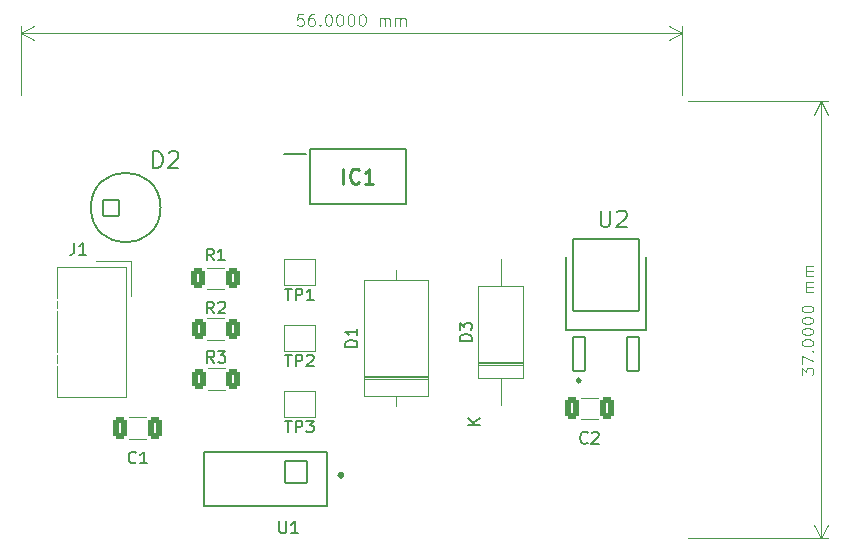
<source format=gbr>
%TF.GenerationSoftware,KiCad,Pcbnew,8.0.1*%
%TF.CreationDate,2024-11-12T01:42:33+00:00*%
%TF.ProjectId,Heating Element,48656174-696e-4672-9045-6c656d656e74,1*%
%TF.SameCoordinates,Original*%
%TF.FileFunction,Legend,Top*%
%TF.FilePolarity,Positive*%
%FSLAX46Y46*%
G04 Gerber Fmt 4.6, Leading zero omitted, Abs format (unit mm)*
G04 Created by KiCad (PCBNEW 8.0.1) date 2024-11-12 01:42:33*
%MOMM*%
%LPD*%
G01*
G04 APERTURE LIST*
G04 Aperture macros list*
%AMRoundRect*
0 Rectangle with rounded corners*
0 $1 Rounding radius*
0 $2 $3 $4 $5 $6 $7 $8 $9 X,Y pos of 4 corners*
0 Add a 4 corners polygon primitive as box body*
4,1,4,$2,$3,$4,$5,$6,$7,$8,$9,$2,$3,0*
0 Add four circle primitives for the rounded corners*
1,1,$1+$1,$2,$3*
1,1,$1+$1,$4,$5*
1,1,$1+$1,$6,$7*
1,1,$1+$1,$8,$9*
0 Add four rect primitives between the rounded corners*
20,1,$1+$1,$2,$3,$4,$5,0*
20,1,$1+$1,$4,$5,$6,$7,0*
20,1,$1+$1,$6,$7,$8,$9,0*
20,1,$1+$1,$8,$9,$2,$3,0*%
G04 Aperture macros list end*
%ADD10C,0.100000*%
%ADD11C,0.150000*%
%ADD12C,0.254000*%
%ADD13C,0.127000*%
%ADD14C,0.300000*%
%ADD15C,0.120000*%
%ADD16C,0.200000*%
%ADD17RoundRect,0.102000X-0.485000X-1.415000X0.485000X-1.415000X0.485000X1.415000X-0.485000X1.415000X0*%
%ADD18RoundRect,0.102000X-2.815000X-3.045000X2.815000X-3.045000X2.815000X3.045000X-2.815000X3.045000X0*%
%ADD19RoundRect,0.102000X0.955000X0.955000X-0.955000X0.955000X-0.955000X-0.955000X0.955000X-0.955000X0*%
%ADD20C,2.114000*%
%ADD21C,1.800000*%
%ADD22RoundRect,0.250000X-0.312500X-0.625000X0.312500X-0.625000X0.312500X0.625000X-0.312500X0.625000X0*%
%ADD23R,1.524000X1.524000*%
%ADD24C,1.524000*%
%ADD25R,1.850000X0.650000*%
%ADD26C,2.200000*%
%ADD27R,2.400000X2.400000*%
%ADD28O,2.400000X2.400000*%
%ADD29RoundRect,0.102000X-0.700000X-0.700000X0.700000X-0.700000X0.700000X0.700000X-0.700000X0.700000X0*%
%ADD30C,1.604000*%
%ADD31R,3.200000X3.200000*%
%ADD32O,3.200000X3.200000*%
%ADD33RoundRect,0.250000X-0.325000X-0.650000X0.325000X-0.650000X0.325000X0.650000X-0.325000X0.650000X0*%
G04 APERTURE END LIST*
D10*
X161357419Y-101166665D02*
X161357419Y-100547618D01*
X161357419Y-100547618D02*
X161738371Y-100880951D01*
X161738371Y-100880951D02*
X161738371Y-100738094D01*
X161738371Y-100738094D02*
X161785990Y-100642856D01*
X161785990Y-100642856D02*
X161833609Y-100595237D01*
X161833609Y-100595237D02*
X161928847Y-100547618D01*
X161928847Y-100547618D02*
X162166942Y-100547618D01*
X162166942Y-100547618D02*
X162262180Y-100595237D01*
X162262180Y-100595237D02*
X162309800Y-100642856D01*
X162309800Y-100642856D02*
X162357419Y-100738094D01*
X162357419Y-100738094D02*
X162357419Y-101023808D01*
X162357419Y-101023808D02*
X162309800Y-101119046D01*
X162309800Y-101119046D02*
X162262180Y-101166665D01*
X161357419Y-100214284D02*
X161357419Y-99547618D01*
X161357419Y-99547618D02*
X162357419Y-99976189D01*
X162262180Y-99166665D02*
X162309800Y-99119046D01*
X162309800Y-99119046D02*
X162357419Y-99166665D01*
X162357419Y-99166665D02*
X162309800Y-99214284D01*
X162309800Y-99214284D02*
X162262180Y-99166665D01*
X162262180Y-99166665D02*
X162357419Y-99166665D01*
X161357419Y-98499999D02*
X161357419Y-98404761D01*
X161357419Y-98404761D02*
X161405038Y-98309523D01*
X161405038Y-98309523D02*
X161452657Y-98261904D01*
X161452657Y-98261904D02*
X161547895Y-98214285D01*
X161547895Y-98214285D02*
X161738371Y-98166666D01*
X161738371Y-98166666D02*
X161976466Y-98166666D01*
X161976466Y-98166666D02*
X162166942Y-98214285D01*
X162166942Y-98214285D02*
X162262180Y-98261904D01*
X162262180Y-98261904D02*
X162309800Y-98309523D01*
X162309800Y-98309523D02*
X162357419Y-98404761D01*
X162357419Y-98404761D02*
X162357419Y-98499999D01*
X162357419Y-98499999D02*
X162309800Y-98595237D01*
X162309800Y-98595237D02*
X162262180Y-98642856D01*
X162262180Y-98642856D02*
X162166942Y-98690475D01*
X162166942Y-98690475D02*
X161976466Y-98738094D01*
X161976466Y-98738094D02*
X161738371Y-98738094D01*
X161738371Y-98738094D02*
X161547895Y-98690475D01*
X161547895Y-98690475D02*
X161452657Y-98642856D01*
X161452657Y-98642856D02*
X161405038Y-98595237D01*
X161405038Y-98595237D02*
X161357419Y-98499999D01*
X161357419Y-97547618D02*
X161357419Y-97452380D01*
X161357419Y-97452380D02*
X161405038Y-97357142D01*
X161405038Y-97357142D02*
X161452657Y-97309523D01*
X161452657Y-97309523D02*
X161547895Y-97261904D01*
X161547895Y-97261904D02*
X161738371Y-97214285D01*
X161738371Y-97214285D02*
X161976466Y-97214285D01*
X161976466Y-97214285D02*
X162166942Y-97261904D01*
X162166942Y-97261904D02*
X162262180Y-97309523D01*
X162262180Y-97309523D02*
X162309800Y-97357142D01*
X162309800Y-97357142D02*
X162357419Y-97452380D01*
X162357419Y-97452380D02*
X162357419Y-97547618D01*
X162357419Y-97547618D02*
X162309800Y-97642856D01*
X162309800Y-97642856D02*
X162262180Y-97690475D01*
X162262180Y-97690475D02*
X162166942Y-97738094D01*
X162166942Y-97738094D02*
X161976466Y-97785713D01*
X161976466Y-97785713D02*
X161738371Y-97785713D01*
X161738371Y-97785713D02*
X161547895Y-97738094D01*
X161547895Y-97738094D02*
X161452657Y-97690475D01*
X161452657Y-97690475D02*
X161405038Y-97642856D01*
X161405038Y-97642856D02*
X161357419Y-97547618D01*
X161357419Y-96595237D02*
X161357419Y-96499999D01*
X161357419Y-96499999D02*
X161405038Y-96404761D01*
X161405038Y-96404761D02*
X161452657Y-96357142D01*
X161452657Y-96357142D02*
X161547895Y-96309523D01*
X161547895Y-96309523D02*
X161738371Y-96261904D01*
X161738371Y-96261904D02*
X161976466Y-96261904D01*
X161976466Y-96261904D02*
X162166942Y-96309523D01*
X162166942Y-96309523D02*
X162262180Y-96357142D01*
X162262180Y-96357142D02*
X162309800Y-96404761D01*
X162309800Y-96404761D02*
X162357419Y-96499999D01*
X162357419Y-96499999D02*
X162357419Y-96595237D01*
X162357419Y-96595237D02*
X162309800Y-96690475D01*
X162309800Y-96690475D02*
X162262180Y-96738094D01*
X162262180Y-96738094D02*
X162166942Y-96785713D01*
X162166942Y-96785713D02*
X161976466Y-96833332D01*
X161976466Y-96833332D02*
X161738371Y-96833332D01*
X161738371Y-96833332D02*
X161547895Y-96785713D01*
X161547895Y-96785713D02*
X161452657Y-96738094D01*
X161452657Y-96738094D02*
X161405038Y-96690475D01*
X161405038Y-96690475D02*
X161357419Y-96595237D01*
X161357419Y-95642856D02*
X161357419Y-95547618D01*
X161357419Y-95547618D02*
X161405038Y-95452380D01*
X161405038Y-95452380D02*
X161452657Y-95404761D01*
X161452657Y-95404761D02*
X161547895Y-95357142D01*
X161547895Y-95357142D02*
X161738371Y-95309523D01*
X161738371Y-95309523D02*
X161976466Y-95309523D01*
X161976466Y-95309523D02*
X162166942Y-95357142D01*
X162166942Y-95357142D02*
X162262180Y-95404761D01*
X162262180Y-95404761D02*
X162309800Y-95452380D01*
X162309800Y-95452380D02*
X162357419Y-95547618D01*
X162357419Y-95547618D02*
X162357419Y-95642856D01*
X162357419Y-95642856D02*
X162309800Y-95738094D01*
X162309800Y-95738094D02*
X162262180Y-95785713D01*
X162262180Y-95785713D02*
X162166942Y-95833332D01*
X162166942Y-95833332D02*
X161976466Y-95880951D01*
X161976466Y-95880951D02*
X161738371Y-95880951D01*
X161738371Y-95880951D02*
X161547895Y-95833332D01*
X161547895Y-95833332D02*
X161452657Y-95785713D01*
X161452657Y-95785713D02*
X161405038Y-95738094D01*
X161405038Y-95738094D02*
X161357419Y-95642856D01*
X162357419Y-94119046D02*
X161690752Y-94119046D01*
X161785990Y-94119046D02*
X161738371Y-94071427D01*
X161738371Y-94071427D02*
X161690752Y-93976189D01*
X161690752Y-93976189D02*
X161690752Y-93833332D01*
X161690752Y-93833332D02*
X161738371Y-93738094D01*
X161738371Y-93738094D02*
X161833609Y-93690475D01*
X161833609Y-93690475D02*
X162357419Y-93690475D01*
X161833609Y-93690475D02*
X161738371Y-93642856D01*
X161738371Y-93642856D02*
X161690752Y-93547618D01*
X161690752Y-93547618D02*
X161690752Y-93404761D01*
X161690752Y-93404761D02*
X161738371Y-93309522D01*
X161738371Y-93309522D02*
X161833609Y-93261903D01*
X161833609Y-93261903D02*
X162357419Y-93261903D01*
X162357419Y-92785713D02*
X161690752Y-92785713D01*
X161785990Y-92785713D02*
X161738371Y-92738094D01*
X161738371Y-92738094D02*
X161690752Y-92642856D01*
X161690752Y-92642856D02*
X161690752Y-92499999D01*
X161690752Y-92499999D02*
X161738371Y-92404761D01*
X161738371Y-92404761D02*
X161833609Y-92357142D01*
X161833609Y-92357142D02*
X162357419Y-92357142D01*
X161833609Y-92357142D02*
X161738371Y-92309523D01*
X161738371Y-92309523D02*
X161690752Y-92214285D01*
X161690752Y-92214285D02*
X161690752Y-92071428D01*
X161690752Y-92071428D02*
X161738371Y-91976189D01*
X161738371Y-91976189D02*
X161833609Y-91928570D01*
X161833609Y-91928570D02*
X162357419Y-91928570D01*
X151750000Y-78000000D02*
X163586420Y-78000000D01*
X151750000Y-115000000D02*
X163586420Y-115000000D01*
X163000000Y-78000000D02*
X163000000Y-115000000D01*
X163000000Y-78000000D02*
X163000000Y-115000000D01*
X163000000Y-78000000D02*
X163586421Y-79126504D01*
X163000000Y-78000000D02*
X162413579Y-79126504D01*
X163000000Y-115000000D02*
X162413579Y-113873496D01*
X163000000Y-115000000D02*
X163586421Y-113873496D01*
X119154762Y-70607419D02*
X118678572Y-70607419D01*
X118678572Y-70607419D02*
X118630953Y-71083609D01*
X118630953Y-71083609D02*
X118678572Y-71035990D01*
X118678572Y-71035990D02*
X118773810Y-70988371D01*
X118773810Y-70988371D02*
X119011905Y-70988371D01*
X119011905Y-70988371D02*
X119107143Y-71035990D01*
X119107143Y-71035990D02*
X119154762Y-71083609D01*
X119154762Y-71083609D02*
X119202381Y-71178847D01*
X119202381Y-71178847D02*
X119202381Y-71416942D01*
X119202381Y-71416942D02*
X119154762Y-71512180D01*
X119154762Y-71512180D02*
X119107143Y-71559800D01*
X119107143Y-71559800D02*
X119011905Y-71607419D01*
X119011905Y-71607419D02*
X118773810Y-71607419D01*
X118773810Y-71607419D02*
X118678572Y-71559800D01*
X118678572Y-71559800D02*
X118630953Y-71512180D01*
X120059524Y-70607419D02*
X119869048Y-70607419D01*
X119869048Y-70607419D02*
X119773810Y-70655038D01*
X119773810Y-70655038D02*
X119726191Y-70702657D01*
X119726191Y-70702657D02*
X119630953Y-70845514D01*
X119630953Y-70845514D02*
X119583334Y-71035990D01*
X119583334Y-71035990D02*
X119583334Y-71416942D01*
X119583334Y-71416942D02*
X119630953Y-71512180D01*
X119630953Y-71512180D02*
X119678572Y-71559800D01*
X119678572Y-71559800D02*
X119773810Y-71607419D01*
X119773810Y-71607419D02*
X119964286Y-71607419D01*
X119964286Y-71607419D02*
X120059524Y-71559800D01*
X120059524Y-71559800D02*
X120107143Y-71512180D01*
X120107143Y-71512180D02*
X120154762Y-71416942D01*
X120154762Y-71416942D02*
X120154762Y-71178847D01*
X120154762Y-71178847D02*
X120107143Y-71083609D01*
X120107143Y-71083609D02*
X120059524Y-71035990D01*
X120059524Y-71035990D02*
X119964286Y-70988371D01*
X119964286Y-70988371D02*
X119773810Y-70988371D01*
X119773810Y-70988371D02*
X119678572Y-71035990D01*
X119678572Y-71035990D02*
X119630953Y-71083609D01*
X119630953Y-71083609D02*
X119583334Y-71178847D01*
X120583334Y-71512180D02*
X120630953Y-71559800D01*
X120630953Y-71559800D02*
X120583334Y-71607419D01*
X120583334Y-71607419D02*
X120535715Y-71559800D01*
X120535715Y-71559800D02*
X120583334Y-71512180D01*
X120583334Y-71512180D02*
X120583334Y-71607419D01*
X121250000Y-70607419D02*
X121345238Y-70607419D01*
X121345238Y-70607419D02*
X121440476Y-70655038D01*
X121440476Y-70655038D02*
X121488095Y-70702657D01*
X121488095Y-70702657D02*
X121535714Y-70797895D01*
X121535714Y-70797895D02*
X121583333Y-70988371D01*
X121583333Y-70988371D02*
X121583333Y-71226466D01*
X121583333Y-71226466D02*
X121535714Y-71416942D01*
X121535714Y-71416942D02*
X121488095Y-71512180D01*
X121488095Y-71512180D02*
X121440476Y-71559800D01*
X121440476Y-71559800D02*
X121345238Y-71607419D01*
X121345238Y-71607419D02*
X121250000Y-71607419D01*
X121250000Y-71607419D02*
X121154762Y-71559800D01*
X121154762Y-71559800D02*
X121107143Y-71512180D01*
X121107143Y-71512180D02*
X121059524Y-71416942D01*
X121059524Y-71416942D02*
X121011905Y-71226466D01*
X121011905Y-71226466D02*
X121011905Y-70988371D01*
X121011905Y-70988371D02*
X121059524Y-70797895D01*
X121059524Y-70797895D02*
X121107143Y-70702657D01*
X121107143Y-70702657D02*
X121154762Y-70655038D01*
X121154762Y-70655038D02*
X121250000Y-70607419D01*
X122202381Y-70607419D02*
X122297619Y-70607419D01*
X122297619Y-70607419D02*
X122392857Y-70655038D01*
X122392857Y-70655038D02*
X122440476Y-70702657D01*
X122440476Y-70702657D02*
X122488095Y-70797895D01*
X122488095Y-70797895D02*
X122535714Y-70988371D01*
X122535714Y-70988371D02*
X122535714Y-71226466D01*
X122535714Y-71226466D02*
X122488095Y-71416942D01*
X122488095Y-71416942D02*
X122440476Y-71512180D01*
X122440476Y-71512180D02*
X122392857Y-71559800D01*
X122392857Y-71559800D02*
X122297619Y-71607419D01*
X122297619Y-71607419D02*
X122202381Y-71607419D01*
X122202381Y-71607419D02*
X122107143Y-71559800D01*
X122107143Y-71559800D02*
X122059524Y-71512180D01*
X122059524Y-71512180D02*
X122011905Y-71416942D01*
X122011905Y-71416942D02*
X121964286Y-71226466D01*
X121964286Y-71226466D02*
X121964286Y-70988371D01*
X121964286Y-70988371D02*
X122011905Y-70797895D01*
X122011905Y-70797895D02*
X122059524Y-70702657D01*
X122059524Y-70702657D02*
X122107143Y-70655038D01*
X122107143Y-70655038D02*
X122202381Y-70607419D01*
X123154762Y-70607419D02*
X123250000Y-70607419D01*
X123250000Y-70607419D02*
X123345238Y-70655038D01*
X123345238Y-70655038D02*
X123392857Y-70702657D01*
X123392857Y-70702657D02*
X123440476Y-70797895D01*
X123440476Y-70797895D02*
X123488095Y-70988371D01*
X123488095Y-70988371D02*
X123488095Y-71226466D01*
X123488095Y-71226466D02*
X123440476Y-71416942D01*
X123440476Y-71416942D02*
X123392857Y-71512180D01*
X123392857Y-71512180D02*
X123345238Y-71559800D01*
X123345238Y-71559800D02*
X123250000Y-71607419D01*
X123250000Y-71607419D02*
X123154762Y-71607419D01*
X123154762Y-71607419D02*
X123059524Y-71559800D01*
X123059524Y-71559800D02*
X123011905Y-71512180D01*
X123011905Y-71512180D02*
X122964286Y-71416942D01*
X122964286Y-71416942D02*
X122916667Y-71226466D01*
X122916667Y-71226466D02*
X122916667Y-70988371D01*
X122916667Y-70988371D02*
X122964286Y-70797895D01*
X122964286Y-70797895D02*
X123011905Y-70702657D01*
X123011905Y-70702657D02*
X123059524Y-70655038D01*
X123059524Y-70655038D02*
X123154762Y-70607419D01*
X124107143Y-70607419D02*
X124202381Y-70607419D01*
X124202381Y-70607419D02*
X124297619Y-70655038D01*
X124297619Y-70655038D02*
X124345238Y-70702657D01*
X124345238Y-70702657D02*
X124392857Y-70797895D01*
X124392857Y-70797895D02*
X124440476Y-70988371D01*
X124440476Y-70988371D02*
X124440476Y-71226466D01*
X124440476Y-71226466D02*
X124392857Y-71416942D01*
X124392857Y-71416942D02*
X124345238Y-71512180D01*
X124345238Y-71512180D02*
X124297619Y-71559800D01*
X124297619Y-71559800D02*
X124202381Y-71607419D01*
X124202381Y-71607419D02*
X124107143Y-71607419D01*
X124107143Y-71607419D02*
X124011905Y-71559800D01*
X124011905Y-71559800D02*
X123964286Y-71512180D01*
X123964286Y-71512180D02*
X123916667Y-71416942D01*
X123916667Y-71416942D02*
X123869048Y-71226466D01*
X123869048Y-71226466D02*
X123869048Y-70988371D01*
X123869048Y-70988371D02*
X123916667Y-70797895D01*
X123916667Y-70797895D02*
X123964286Y-70702657D01*
X123964286Y-70702657D02*
X124011905Y-70655038D01*
X124011905Y-70655038D02*
X124107143Y-70607419D01*
X125630953Y-71607419D02*
X125630953Y-70940752D01*
X125630953Y-71035990D02*
X125678572Y-70988371D01*
X125678572Y-70988371D02*
X125773810Y-70940752D01*
X125773810Y-70940752D02*
X125916667Y-70940752D01*
X125916667Y-70940752D02*
X126011905Y-70988371D01*
X126011905Y-70988371D02*
X126059524Y-71083609D01*
X126059524Y-71083609D02*
X126059524Y-71607419D01*
X126059524Y-71083609D02*
X126107143Y-70988371D01*
X126107143Y-70988371D02*
X126202381Y-70940752D01*
X126202381Y-70940752D02*
X126345238Y-70940752D01*
X126345238Y-70940752D02*
X126440477Y-70988371D01*
X126440477Y-70988371D02*
X126488096Y-71083609D01*
X126488096Y-71083609D02*
X126488096Y-71607419D01*
X126964286Y-71607419D02*
X126964286Y-70940752D01*
X126964286Y-71035990D02*
X127011905Y-70988371D01*
X127011905Y-70988371D02*
X127107143Y-70940752D01*
X127107143Y-70940752D02*
X127250000Y-70940752D01*
X127250000Y-70940752D02*
X127345238Y-70988371D01*
X127345238Y-70988371D02*
X127392857Y-71083609D01*
X127392857Y-71083609D02*
X127392857Y-71607419D01*
X127392857Y-71083609D02*
X127440476Y-70988371D01*
X127440476Y-70988371D02*
X127535714Y-70940752D01*
X127535714Y-70940752D02*
X127678571Y-70940752D01*
X127678571Y-70940752D02*
X127773810Y-70988371D01*
X127773810Y-70988371D02*
X127821429Y-71083609D01*
X127821429Y-71083609D02*
X127821429Y-71607419D01*
X95250000Y-77500000D02*
X95250000Y-71663580D01*
X151250000Y-77500000D02*
X151250000Y-71663580D01*
X95250000Y-72250000D02*
X151250000Y-72250000D01*
X95250000Y-72250000D02*
X151250000Y-72250000D01*
X95250000Y-72250000D02*
X96376504Y-71663579D01*
X95250000Y-72250000D02*
X96376504Y-72836421D01*
X151250000Y-72250000D02*
X150123496Y-72836421D01*
X151250000Y-72250000D02*
X150123496Y-71663579D01*
D11*
X144348333Y-87250866D02*
X144348333Y-88384200D01*
X144348333Y-88384200D02*
X144415000Y-88517533D01*
X144415000Y-88517533D02*
X144481666Y-88584200D01*
X144481666Y-88584200D02*
X144615000Y-88650866D01*
X144615000Y-88650866D02*
X144881666Y-88650866D01*
X144881666Y-88650866D02*
X145015000Y-88584200D01*
X145015000Y-88584200D02*
X145081666Y-88517533D01*
X145081666Y-88517533D02*
X145148333Y-88384200D01*
X145148333Y-88384200D02*
X145148333Y-87250866D01*
X145748333Y-87384200D02*
X145815000Y-87317533D01*
X145815000Y-87317533D02*
X145948333Y-87250866D01*
X145948333Y-87250866D02*
X146281667Y-87250866D01*
X146281667Y-87250866D02*
X146415000Y-87317533D01*
X146415000Y-87317533D02*
X146481667Y-87384200D01*
X146481667Y-87384200D02*
X146548333Y-87517533D01*
X146548333Y-87517533D02*
X146548333Y-87650866D01*
X146548333Y-87650866D02*
X146481667Y-87850866D01*
X146481667Y-87850866D02*
X145681667Y-88650866D01*
X145681667Y-88650866D02*
X146548333Y-88650866D01*
X117146665Y-113565539D02*
X117146665Y-114375062D01*
X117146665Y-114375062D02*
X117194284Y-114470300D01*
X117194284Y-114470300D02*
X117241903Y-114517920D01*
X117241903Y-114517920D02*
X117337141Y-114565539D01*
X117337141Y-114565539D02*
X117527617Y-114565539D01*
X117527617Y-114565539D02*
X117622855Y-114517920D01*
X117622855Y-114517920D02*
X117670474Y-114470300D01*
X117670474Y-114470300D02*
X117718093Y-114375062D01*
X117718093Y-114375062D02*
X117718093Y-113565539D01*
X118718093Y-114565539D02*
X118146665Y-114565539D01*
X118432379Y-114565539D02*
X118432379Y-113565539D01*
X118432379Y-113565539D02*
X118337141Y-113708396D01*
X118337141Y-113708396D02*
X118241903Y-113803634D01*
X118241903Y-113803634D02*
X118146665Y-113851253D01*
X117610095Y-105036819D02*
X118181523Y-105036819D01*
X117895809Y-106036819D02*
X117895809Y-105036819D01*
X118514857Y-106036819D02*
X118514857Y-105036819D01*
X118514857Y-105036819D02*
X118895809Y-105036819D01*
X118895809Y-105036819D02*
X118991047Y-105084438D01*
X118991047Y-105084438D02*
X119038666Y-105132057D01*
X119038666Y-105132057D02*
X119086285Y-105227295D01*
X119086285Y-105227295D02*
X119086285Y-105370152D01*
X119086285Y-105370152D02*
X119038666Y-105465390D01*
X119038666Y-105465390D02*
X118991047Y-105513009D01*
X118991047Y-105513009D02*
X118895809Y-105560628D01*
X118895809Y-105560628D02*
X118514857Y-105560628D01*
X119419619Y-105036819D02*
X120038666Y-105036819D01*
X120038666Y-105036819D02*
X119705333Y-105417771D01*
X119705333Y-105417771D02*
X119848190Y-105417771D01*
X119848190Y-105417771D02*
X119943428Y-105465390D01*
X119943428Y-105465390D02*
X119991047Y-105513009D01*
X119991047Y-105513009D02*
X120038666Y-105608247D01*
X120038666Y-105608247D02*
X120038666Y-105846342D01*
X120038666Y-105846342D02*
X119991047Y-105941580D01*
X119991047Y-105941580D02*
X119943428Y-105989200D01*
X119943428Y-105989200D02*
X119848190Y-106036819D01*
X119848190Y-106036819D02*
X119562476Y-106036819D01*
X119562476Y-106036819D02*
X119467238Y-105989200D01*
X119467238Y-105989200D02*
X119419619Y-105941580D01*
X117610095Y-99448819D02*
X118181523Y-99448819D01*
X117895809Y-100448819D02*
X117895809Y-99448819D01*
X118514857Y-100448819D02*
X118514857Y-99448819D01*
X118514857Y-99448819D02*
X118895809Y-99448819D01*
X118895809Y-99448819D02*
X118991047Y-99496438D01*
X118991047Y-99496438D02*
X119038666Y-99544057D01*
X119038666Y-99544057D02*
X119086285Y-99639295D01*
X119086285Y-99639295D02*
X119086285Y-99782152D01*
X119086285Y-99782152D02*
X119038666Y-99877390D01*
X119038666Y-99877390D02*
X118991047Y-99925009D01*
X118991047Y-99925009D02*
X118895809Y-99972628D01*
X118895809Y-99972628D02*
X118514857Y-99972628D01*
X119467238Y-99544057D02*
X119514857Y-99496438D01*
X119514857Y-99496438D02*
X119610095Y-99448819D01*
X119610095Y-99448819D02*
X119848190Y-99448819D01*
X119848190Y-99448819D02*
X119943428Y-99496438D01*
X119943428Y-99496438D02*
X119991047Y-99544057D01*
X119991047Y-99544057D02*
X120038666Y-99639295D01*
X120038666Y-99639295D02*
X120038666Y-99734533D01*
X120038666Y-99734533D02*
X119991047Y-99877390D01*
X119991047Y-99877390D02*
X119419619Y-100448819D01*
X119419619Y-100448819D02*
X120038666Y-100448819D01*
X117610095Y-93860819D02*
X118181523Y-93860819D01*
X117895809Y-94860819D02*
X117895809Y-93860819D01*
X118514857Y-94860819D02*
X118514857Y-93860819D01*
X118514857Y-93860819D02*
X118895809Y-93860819D01*
X118895809Y-93860819D02*
X118991047Y-93908438D01*
X118991047Y-93908438D02*
X119038666Y-93956057D01*
X119038666Y-93956057D02*
X119086285Y-94051295D01*
X119086285Y-94051295D02*
X119086285Y-94194152D01*
X119086285Y-94194152D02*
X119038666Y-94289390D01*
X119038666Y-94289390D02*
X118991047Y-94337009D01*
X118991047Y-94337009D02*
X118895809Y-94384628D01*
X118895809Y-94384628D02*
X118514857Y-94384628D01*
X120038666Y-94860819D02*
X119467238Y-94860819D01*
X119752952Y-94860819D02*
X119752952Y-93860819D01*
X119752952Y-93860819D02*
X119657714Y-94003676D01*
X119657714Y-94003676D02*
X119562476Y-94098914D01*
X119562476Y-94098914D02*
X119467238Y-94146533D01*
X111620833Y-100134819D02*
X111287500Y-99658628D01*
X111049405Y-100134819D02*
X111049405Y-99134819D01*
X111049405Y-99134819D02*
X111430357Y-99134819D01*
X111430357Y-99134819D02*
X111525595Y-99182438D01*
X111525595Y-99182438D02*
X111573214Y-99230057D01*
X111573214Y-99230057D02*
X111620833Y-99325295D01*
X111620833Y-99325295D02*
X111620833Y-99468152D01*
X111620833Y-99468152D02*
X111573214Y-99563390D01*
X111573214Y-99563390D02*
X111525595Y-99611009D01*
X111525595Y-99611009D02*
X111430357Y-99658628D01*
X111430357Y-99658628D02*
X111049405Y-99658628D01*
X111954167Y-99134819D02*
X112573214Y-99134819D01*
X112573214Y-99134819D02*
X112239881Y-99515771D01*
X112239881Y-99515771D02*
X112382738Y-99515771D01*
X112382738Y-99515771D02*
X112477976Y-99563390D01*
X112477976Y-99563390D02*
X112525595Y-99611009D01*
X112525595Y-99611009D02*
X112573214Y-99706247D01*
X112573214Y-99706247D02*
X112573214Y-99944342D01*
X112573214Y-99944342D02*
X112525595Y-100039580D01*
X112525595Y-100039580D02*
X112477976Y-100087200D01*
X112477976Y-100087200D02*
X112382738Y-100134819D01*
X112382738Y-100134819D02*
X112097024Y-100134819D01*
X112097024Y-100134819D02*
X112001786Y-100087200D01*
X112001786Y-100087200D02*
X111954167Y-100039580D01*
X111593333Y-95954819D02*
X111260000Y-95478628D01*
X111021905Y-95954819D02*
X111021905Y-94954819D01*
X111021905Y-94954819D02*
X111402857Y-94954819D01*
X111402857Y-94954819D02*
X111498095Y-95002438D01*
X111498095Y-95002438D02*
X111545714Y-95050057D01*
X111545714Y-95050057D02*
X111593333Y-95145295D01*
X111593333Y-95145295D02*
X111593333Y-95288152D01*
X111593333Y-95288152D02*
X111545714Y-95383390D01*
X111545714Y-95383390D02*
X111498095Y-95431009D01*
X111498095Y-95431009D02*
X111402857Y-95478628D01*
X111402857Y-95478628D02*
X111021905Y-95478628D01*
X111974286Y-95050057D02*
X112021905Y-95002438D01*
X112021905Y-95002438D02*
X112117143Y-94954819D01*
X112117143Y-94954819D02*
X112355238Y-94954819D01*
X112355238Y-94954819D02*
X112450476Y-95002438D01*
X112450476Y-95002438D02*
X112498095Y-95050057D01*
X112498095Y-95050057D02*
X112545714Y-95145295D01*
X112545714Y-95145295D02*
X112545714Y-95240533D01*
X112545714Y-95240533D02*
X112498095Y-95383390D01*
X112498095Y-95383390D02*
X111926667Y-95954819D01*
X111926667Y-95954819D02*
X112545714Y-95954819D01*
X111573333Y-91474819D02*
X111240000Y-90998628D01*
X111001905Y-91474819D02*
X111001905Y-90474819D01*
X111001905Y-90474819D02*
X111382857Y-90474819D01*
X111382857Y-90474819D02*
X111478095Y-90522438D01*
X111478095Y-90522438D02*
X111525714Y-90570057D01*
X111525714Y-90570057D02*
X111573333Y-90665295D01*
X111573333Y-90665295D02*
X111573333Y-90808152D01*
X111573333Y-90808152D02*
X111525714Y-90903390D01*
X111525714Y-90903390D02*
X111478095Y-90951009D01*
X111478095Y-90951009D02*
X111382857Y-90998628D01*
X111382857Y-90998628D02*
X111001905Y-90998628D01*
X112525714Y-91474819D02*
X111954286Y-91474819D01*
X112240000Y-91474819D02*
X112240000Y-90474819D01*
X112240000Y-90474819D02*
X112144762Y-90617676D01*
X112144762Y-90617676D02*
X112049524Y-90712914D01*
X112049524Y-90712914D02*
X111954286Y-90760533D01*
X99766666Y-89974819D02*
X99766666Y-90689104D01*
X99766666Y-90689104D02*
X99719047Y-90831961D01*
X99719047Y-90831961D02*
X99623809Y-90927200D01*
X99623809Y-90927200D02*
X99480952Y-90974819D01*
X99480952Y-90974819D02*
X99385714Y-90974819D01*
X100766666Y-90974819D02*
X100195238Y-90974819D01*
X100480952Y-90974819D02*
X100480952Y-89974819D01*
X100480952Y-89974819D02*
X100385714Y-90117676D01*
X100385714Y-90117676D02*
X100290476Y-90212914D01*
X100290476Y-90212914D02*
X100195238Y-90260533D01*
D12*
X122560237Y-84974318D02*
X122560237Y-83704318D01*
X123890714Y-84853365D02*
X123830238Y-84913842D01*
X123830238Y-84913842D02*
X123648809Y-84974318D01*
X123648809Y-84974318D02*
X123527857Y-84974318D01*
X123527857Y-84974318D02*
X123346428Y-84913842D01*
X123346428Y-84913842D02*
X123225476Y-84792889D01*
X123225476Y-84792889D02*
X123164999Y-84671937D01*
X123164999Y-84671937D02*
X123104523Y-84430032D01*
X123104523Y-84430032D02*
X123104523Y-84248603D01*
X123104523Y-84248603D02*
X123164999Y-84006699D01*
X123164999Y-84006699D02*
X123225476Y-83885746D01*
X123225476Y-83885746D02*
X123346428Y-83764794D01*
X123346428Y-83764794D02*
X123527857Y-83704318D01*
X123527857Y-83704318D02*
X123648809Y-83704318D01*
X123648809Y-83704318D02*
X123830238Y-83764794D01*
X123830238Y-83764794D02*
X123890714Y-83825270D01*
X125100238Y-84974318D02*
X124374523Y-84974318D01*
X124737380Y-84974318D02*
X124737380Y-83704318D01*
X124737380Y-83704318D02*
X124616428Y-83885746D01*
X124616428Y-83885746D02*
X124495476Y-84006699D01*
X124495476Y-84006699D02*
X124374523Y-84067175D01*
D11*
X133424819Y-98274094D02*
X132424819Y-98274094D01*
X132424819Y-98274094D02*
X132424819Y-98035999D01*
X132424819Y-98035999D02*
X132472438Y-97893142D01*
X132472438Y-97893142D02*
X132567676Y-97797904D01*
X132567676Y-97797904D02*
X132662914Y-97750285D01*
X132662914Y-97750285D02*
X132853390Y-97702666D01*
X132853390Y-97702666D02*
X132996247Y-97702666D01*
X132996247Y-97702666D02*
X133186723Y-97750285D01*
X133186723Y-97750285D02*
X133281961Y-97797904D01*
X133281961Y-97797904D02*
X133377200Y-97893142D01*
X133377200Y-97893142D02*
X133424819Y-98035999D01*
X133424819Y-98035999D02*
X133424819Y-98274094D01*
X132424819Y-97369332D02*
X132424819Y-96750285D01*
X132424819Y-96750285D02*
X132805771Y-97083618D01*
X132805771Y-97083618D02*
X132805771Y-96940761D01*
X132805771Y-96940761D02*
X132853390Y-96845523D01*
X132853390Y-96845523D02*
X132901009Y-96797904D01*
X132901009Y-96797904D02*
X132996247Y-96750285D01*
X132996247Y-96750285D02*
X133234342Y-96750285D01*
X133234342Y-96750285D02*
X133329580Y-96797904D01*
X133329580Y-96797904D02*
X133377200Y-96845523D01*
X133377200Y-96845523D02*
X133424819Y-96940761D01*
X133424819Y-96940761D02*
X133424819Y-97226475D01*
X133424819Y-97226475D02*
X133377200Y-97321713D01*
X133377200Y-97321713D02*
X133329580Y-97369332D01*
X134144819Y-105417904D02*
X133144819Y-105417904D01*
X134144819Y-104846476D02*
X133573390Y-105275047D01*
X133144819Y-104846476D02*
X133716247Y-105417904D01*
X106466667Y-83639866D02*
X106466667Y-82239866D01*
X106466667Y-82239866D02*
X106800000Y-82239866D01*
X106800000Y-82239866D02*
X107000000Y-82306533D01*
X107000000Y-82306533D02*
X107133334Y-82439866D01*
X107133334Y-82439866D02*
X107200000Y-82573200D01*
X107200000Y-82573200D02*
X107266667Y-82839866D01*
X107266667Y-82839866D02*
X107266667Y-83039866D01*
X107266667Y-83039866D02*
X107200000Y-83306533D01*
X107200000Y-83306533D02*
X107133334Y-83439866D01*
X107133334Y-83439866D02*
X107000000Y-83573200D01*
X107000000Y-83573200D02*
X106800000Y-83639866D01*
X106800000Y-83639866D02*
X106466667Y-83639866D01*
X107800000Y-82373200D02*
X107866667Y-82306533D01*
X107866667Y-82306533D02*
X108000000Y-82239866D01*
X108000000Y-82239866D02*
X108333334Y-82239866D01*
X108333334Y-82239866D02*
X108466667Y-82306533D01*
X108466667Y-82306533D02*
X108533334Y-82373200D01*
X108533334Y-82373200D02*
X108600000Y-82506533D01*
X108600000Y-82506533D02*
X108600000Y-82639866D01*
X108600000Y-82639866D02*
X108533334Y-82839866D01*
X108533334Y-82839866D02*
X107733334Y-83639866D01*
X107733334Y-83639866D02*
X108600000Y-83639866D01*
X123734819Y-98782094D02*
X122734819Y-98782094D01*
X122734819Y-98782094D02*
X122734819Y-98543999D01*
X122734819Y-98543999D02*
X122782438Y-98401142D01*
X122782438Y-98401142D02*
X122877676Y-98305904D01*
X122877676Y-98305904D02*
X122972914Y-98258285D01*
X122972914Y-98258285D02*
X123163390Y-98210666D01*
X123163390Y-98210666D02*
X123306247Y-98210666D01*
X123306247Y-98210666D02*
X123496723Y-98258285D01*
X123496723Y-98258285D02*
X123591961Y-98305904D01*
X123591961Y-98305904D02*
X123687200Y-98401142D01*
X123687200Y-98401142D02*
X123734819Y-98543999D01*
X123734819Y-98543999D02*
X123734819Y-98782094D01*
X123734819Y-97258285D02*
X123734819Y-97829713D01*
X123734819Y-97543999D02*
X122734819Y-97543999D01*
X122734819Y-97543999D02*
X122877676Y-97639237D01*
X122877676Y-97639237D02*
X122972914Y-97734475D01*
X122972914Y-97734475D02*
X123020533Y-97829713D01*
X143233333Y-106899580D02*
X143185714Y-106947200D01*
X143185714Y-106947200D02*
X143042857Y-106994819D01*
X143042857Y-106994819D02*
X142947619Y-106994819D01*
X142947619Y-106994819D02*
X142804762Y-106947200D01*
X142804762Y-106947200D02*
X142709524Y-106851961D01*
X142709524Y-106851961D02*
X142661905Y-106756723D01*
X142661905Y-106756723D02*
X142614286Y-106566247D01*
X142614286Y-106566247D02*
X142614286Y-106423390D01*
X142614286Y-106423390D02*
X142661905Y-106232914D01*
X142661905Y-106232914D02*
X142709524Y-106137676D01*
X142709524Y-106137676D02*
X142804762Y-106042438D01*
X142804762Y-106042438D02*
X142947619Y-105994819D01*
X142947619Y-105994819D02*
X143042857Y-105994819D01*
X143042857Y-105994819D02*
X143185714Y-106042438D01*
X143185714Y-106042438D02*
X143233333Y-106090057D01*
X143614286Y-106090057D02*
X143661905Y-106042438D01*
X143661905Y-106042438D02*
X143757143Y-105994819D01*
X143757143Y-105994819D02*
X143995238Y-105994819D01*
X143995238Y-105994819D02*
X144090476Y-106042438D01*
X144090476Y-106042438D02*
X144138095Y-106090057D01*
X144138095Y-106090057D02*
X144185714Y-106185295D01*
X144185714Y-106185295D02*
X144185714Y-106280533D01*
X144185714Y-106280533D02*
X144138095Y-106423390D01*
X144138095Y-106423390D02*
X143566667Y-106994819D01*
X143566667Y-106994819D02*
X144185714Y-106994819D01*
X104989333Y-108563580D02*
X104941714Y-108611200D01*
X104941714Y-108611200D02*
X104798857Y-108658819D01*
X104798857Y-108658819D02*
X104703619Y-108658819D01*
X104703619Y-108658819D02*
X104560762Y-108611200D01*
X104560762Y-108611200D02*
X104465524Y-108515961D01*
X104465524Y-108515961D02*
X104417905Y-108420723D01*
X104417905Y-108420723D02*
X104370286Y-108230247D01*
X104370286Y-108230247D02*
X104370286Y-108087390D01*
X104370286Y-108087390D02*
X104417905Y-107896914D01*
X104417905Y-107896914D02*
X104465524Y-107801676D01*
X104465524Y-107801676D02*
X104560762Y-107706438D01*
X104560762Y-107706438D02*
X104703619Y-107658819D01*
X104703619Y-107658819D02*
X104798857Y-107658819D01*
X104798857Y-107658819D02*
X104941714Y-107706438D01*
X104941714Y-107706438D02*
X104989333Y-107754057D01*
X105941714Y-108658819D02*
X105370286Y-108658819D01*
X105656000Y-108658819D02*
X105656000Y-107658819D01*
X105656000Y-107658819D02*
X105560762Y-107801676D01*
X105560762Y-107801676D02*
X105465524Y-107896914D01*
X105465524Y-107896914D02*
X105370286Y-107944533D01*
D13*
%TO.C,U2*%
X141410000Y-97378000D02*
X141410000Y-91157000D01*
X148150000Y-91157000D02*
X148150000Y-97378000D01*
X148150000Y-97378000D02*
X141410000Y-97378000D01*
D14*
X142580000Y-101650000D02*
G75*
G02*
X142380000Y-101650000I-100000J0D01*
G01*
X142380000Y-101650000D02*
G75*
G02*
X142580000Y-101650000I100000J0D01*
G01*
D13*
%TO.C,U1*%
X121200000Y-107660000D02*
X121200000Y-112260000D01*
X121200000Y-112260000D02*
X110800000Y-112260000D01*
X110800000Y-112260000D02*
X110800000Y-107660000D01*
X110800000Y-107660000D02*
X121200000Y-107660000D01*
D14*
X122500000Y-109660000D02*
G75*
G02*
X122200000Y-109660000I-150000J0D01*
G01*
X122200000Y-109660000D02*
G75*
G02*
X122500000Y-109660000I150000J0D01*
G01*
D15*
%TO.C,TP3*%
X117572000Y-102532000D02*
X117572000Y-104232000D01*
X117572000Y-104232000D02*
X117572000Y-104732000D01*
X117572000Y-104732000D02*
X120172000Y-104732000D01*
X120172000Y-102532000D02*
X117572000Y-102532000D01*
X120172000Y-104732000D02*
X120172000Y-102532000D01*
%TO.C,TP2*%
X117572000Y-96944000D02*
X117572000Y-98644000D01*
X117572000Y-98644000D02*
X117572000Y-99144000D01*
X117572000Y-99144000D02*
X120172000Y-99144000D01*
X120172000Y-96944000D02*
X117572000Y-96944000D01*
X120172000Y-99144000D02*
X120172000Y-96944000D01*
%TO.C,TP1*%
X117572000Y-91356000D02*
X117572000Y-93056000D01*
X117572000Y-93056000D02*
X117572000Y-93556000D01*
X117572000Y-93556000D02*
X120172000Y-93556000D01*
X120172000Y-91356000D02*
X117572000Y-91356000D01*
X120172000Y-93556000D02*
X120172000Y-91356000D01*
%TO.C,R3*%
X111060436Y-100590000D02*
X112514564Y-100590000D01*
X111060436Y-102410000D02*
X112514564Y-102410000D01*
%TO.C,R2*%
X111032936Y-96360000D02*
X112487064Y-96360000D01*
X111032936Y-98180000D02*
X112487064Y-98180000D01*
%TO.C,R1*%
X111022936Y-92090000D02*
X112477064Y-92090000D01*
X111022936Y-93910000D02*
X112477064Y-93910000D01*
%TO.C,J1*%
X98300000Y-92020000D02*
X98300000Y-94670000D01*
X98300000Y-92020000D02*
X104150000Y-92020000D01*
X98300000Y-94920000D02*
X98300000Y-95520000D01*
X98300000Y-95770000D02*
X98300000Y-99270000D01*
X98300000Y-99520000D02*
X98300000Y-100120000D01*
X98300000Y-100420000D02*
X98300000Y-103070000D01*
X98300000Y-103070000D02*
X104150000Y-103070000D01*
X101600000Y-91520000D02*
X104600000Y-91520000D01*
X104150000Y-92020000D02*
X104150000Y-103070000D01*
X104600000Y-91520000D02*
X104600000Y-94520000D01*
D16*
%TO.C,IC1*%
X119750000Y-82060000D02*
X127850000Y-82060000D01*
X127850000Y-82060000D02*
X127850000Y-86740000D01*
X127850000Y-86740000D02*
X119750000Y-86740000D01*
X119750000Y-86740000D02*
X119750000Y-82060000D01*
X117550000Y-82455000D02*
X119400000Y-82455000D01*
D15*
%TO.C,D3*%
X135890000Y-103716000D02*
X135890000Y-101456000D01*
X133970000Y-101456000D02*
X137810000Y-101456000D01*
X137810000Y-101456000D02*
X137810000Y-93616000D01*
X133970000Y-100316000D02*
X137810000Y-100316000D01*
X133970000Y-100196000D02*
X137810000Y-100196000D01*
X133970000Y-100076000D02*
X137810000Y-100076000D01*
X133970000Y-93616000D02*
X133970000Y-101456000D01*
X137810000Y-93616000D02*
X133970000Y-93616000D01*
X135890000Y-91356000D02*
X135890000Y-93616000D01*
D13*
%TO.C,D2*%
X107080000Y-87000000D02*
G75*
G02*
X101180000Y-87000000I-2950000J0D01*
G01*
X101180000Y-87000000D02*
G75*
G02*
X107080000Y-87000000I2950000J0D01*
G01*
D15*
%TO.C,D1*%
X127000000Y-103824000D02*
X127000000Y-102914000D01*
X124280000Y-102914000D02*
X129720000Y-102914000D01*
X129720000Y-102914000D02*
X129720000Y-93174000D01*
X124280000Y-101489000D02*
X129720000Y-101489000D01*
X124280000Y-101369000D02*
X129720000Y-101369000D01*
X124280000Y-101249000D02*
X129720000Y-101249000D01*
X124280000Y-93174000D02*
X124280000Y-102914000D01*
X129720000Y-93174000D02*
X124280000Y-93174000D01*
X127000000Y-92264000D02*
X127000000Y-93174000D01*
%TO.C,C2*%
X142688748Y-103090000D02*
X144111252Y-103090000D01*
X142688748Y-104910000D02*
X144111252Y-104910000D01*
%TO.C,C1*%
X104444748Y-104754000D02*
X105867252Y-104754000D01*
X104444748Y-106574000D02*
X105867252Y-106574000D01*
%TD*%
%LPC*%
D17*
%TO.C,U2*%
X142490000Y-99390000D03*
X147070000Y-99390000D03*
D18*
X144780000Y-92740000D03*
%TD*%
D19*
%TO.C,U1*%
X118540000Y-109400000D03*
D20*
X116000000Y-109400000D03*
X113460000Y-109400000D03*
%TD*%
D21*
%TO.C,TP3*%
X118872000Y-103632000D03*
%TD*%
%TO.C,TP2*%
X118872000Y-98044000D03*
%TD*%
%TO.C,TP1*%
X118872000Y-92456000D03*
%TD*%
D22*
%TO.C,R3*%
X110325000Y-101500000D03*
X113250000Y-101500000D03*
%TD*%
%TO.C,R2*%
X110297500Y-97270000D03*
X113222500Y-97270000D03*
%TD*%
%TO.C,R1*%
X110287500Y-93000000D03*
X113212500Y-93000000D03*
%TD*%
D23*
%TO.C,J1*%
X101600000Y-94520000D03*
D24*
X101600000Y-96520000D03*
X101600000Y-98520000D03*
X101600000Y-100520000D03*
%TD*%
D25*
%TO.C,IC1*%
X118475000Y-83130000D03*
X118475000Y-84400000D03*
X118475000Y-85670000D03*
X129125000Y-85670000D03*
X129125000Y-84400000D03*
X129125000Y-83130000D03*
%TD*%
D26*
%TO.C,H4*%
X147320000Y-111760000D03*
%TD*%
%TO.C,H3*%
X99060000Y-111760000D03*
%TD*%
%TO.C,H2*%
X147320000Y-82000000D03*
%TD*%
%TO.C,H1*%
X99060000Y-82000000D03*
%TD*%
D27*
%TO.C,D3*%
X135890000Y-105156000D03*
D28*
X135890000Y-89916000D03*
%TD*%
D29*
%TO.C,D2*%
X102860000Y-87000000D03*
D30*
X105400000Y-87000000D03*
%TD*%
D31*
%TO.C,D1*%
X127000000Y-105664000D03*
D32*
X127000000Y-90424000D03*
%TD*%
D33*
%TO.C,C2*%
X141925000Y-104000000D03*
X144875000Y-104000000D03*
%TD*%
%TO.C,C1*%
X103681000Y-105664000D03*
X106631000Y-105664000D03*
%TD*%
%LPD*%
M02*

</source>
